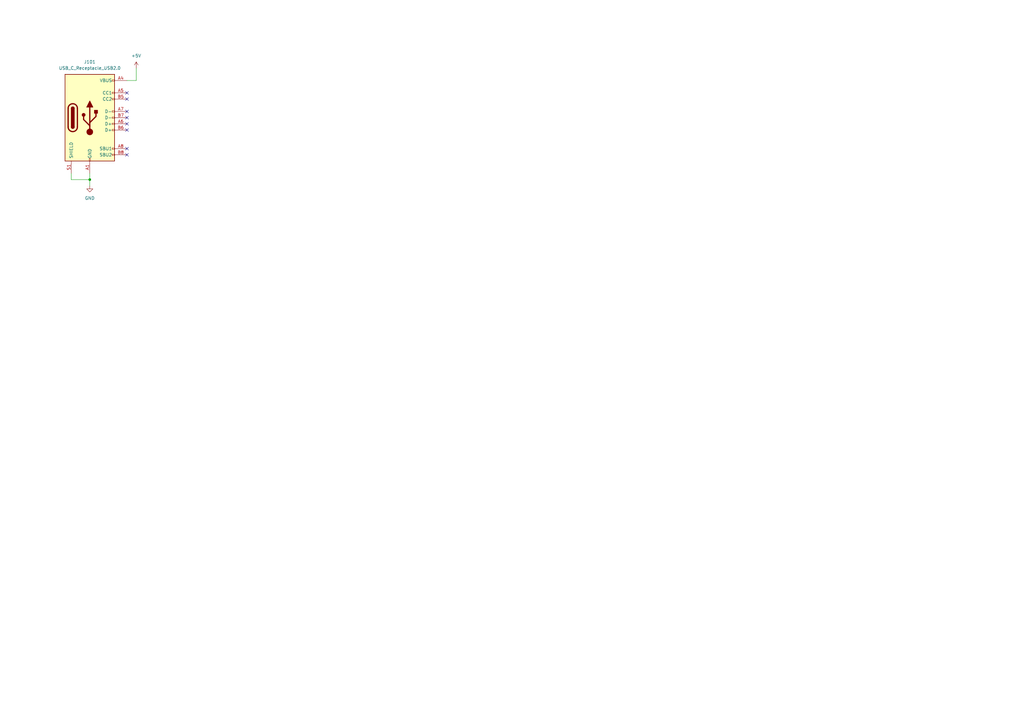
<source format=kicad_sch>
(kicad_sch (version 20211123) (generator eeschema)
  (paper "A3")
  (lib_symbols
    (symbol "Connector:USB_C_Receptacle_USB2.0" (pin_names (offset 1.016))
      (property "Reference" "J" (at -10.16 19.05 0))
      (property "Value" "USB_C_Receptacle_USB2.0" (at 19.05 19.05 0))
      (symbol "USB_C_Receptacle_USB2.0_0_0"
        (rectangle (start -0.254 -17.78) (end 0.254 -16.764))
        (rectangle (start 10.16 -14.986) (end 9.144 -15.494))
        (rectangle (start 10.16 -12.446) (end 9.144 -12.954))
        (rectangle (start 10.16 -4.826) (end 9.144 -5.334))
        (rectangle (start 10.16 -2.286) (end 9.144 -2.794))
        (rectangle (start 10.16 0.254) (end 9.144 -0.254))
        (rectangle (start 10.16 2.794) (end 9.144 2.286))
        (rectangle (start 10.16 7.874) (end 9.144 7.366))
        (rectangle (start 10.16 10.414) (end 9.144 9.906))
        (rectangle (start 10.16 15.494) (end 9.144 14.986))
      )
      (symbol "USB_C_Receptacle_USB2.0_0_1"
        (rectangle (start -10.16 17.78) (end 10.16 -17.78) (stroke (width 0.254)) (fill (type background)))
        (arc (start -8.89 -3.81) (mid -6.985 -5.715) (end -5.08 -3.81) (stroke (width 0.508)))
        (arc (start -7.62 -3.81) (mid -6.985 -4.445) (end -6.35 -3.81) (stroke (width 0.254)))
        (arc (start -7.62 -3.81) (mid -6.985 -4.445) (end -6.35 -3.81) (stroke (width 0.254)) (fill (type outline)))
        (rectangle (start -7.62 -3.81) (end -6.35 3.81) (stroke (width 0.254)) (fill (type outline)))
        (arc (start -6.35 3.81) (mid -6.985 4.445) (end -7.62 3.81) (stroke (width 0.254)))
        (arc (start -6.35 3.81) (mid -6.985 4.445) (end -7.62 3.81) (stroke (width 0.254)) (fill (type outline)))
        (arc (start -5.08 3.81) (mid -6.985 5.715) (end -8.89 3.81) (stroke (width 0.508)))
        (circle (center -2.54 1.143) (radius 0.635) (stroke (width 0.254)) (fill (type outline)))
        (circle (center 0 -5.842) (radius 1.27) (fill (type outline)))
        (polyline (pts (xy -8.89 -3.81) (xy -8.89 3.81)) (stroke (width 0.508)))
        (polyline (pts (xy -5.08 3.81) (xy -5.08 -3.81)) (stroke (width 0.508)))
        (polyline (pts (xy 0 -5.842) (xy 0 4.318)) (stroke (width 0.508)))
        (polyline (pts (xy 0 -3.302) (xy -2.54 -0.762) (xy -2.54 0.508)) (stroke (width 0.508)))
        (polyline (pts (xy 0 -2.032) (xy 2.54 0.508) (xy 2.54 1.778)) (stroke (width 0.508)))
        (polyline (pts (xy -1.27 4.318) (xy 0 6.858) (xy 1.27 4.318) (xy -1.27 4.318)) (stroke (width 0.254)) (fill (type outline)))
        (rectangle (start 1.905 1.778) (end 3.175 3.048) (stroke (width 0.254)) (fill (type outline)))
      )
      (symbol "USB_C_Receptacle_USB2.0_1_1"
        (pin passive line (at 0 -22.86 90) (length 5.08) (name "GND") (number "A1"))
        (pin passive line (at 0 -22.86 90) (length 5.08) hide (name "GND") (number "A12"))
        (pin passive line (at 15.24 15.24 180) (length 5.08) (name "VBUS") (number "A4"))
        (pin bidirectional line (at 15.24 10.16 180) (length 5.08) (name "CC1") (number "A5"))
        (pin bidirectional line (at 15.24 -2.54 180) (length 5.08) (name "D+") (number "A6"))
        (pin bidirectional line (at 15.24 2.54 180) (length 5.08) (name "D-") (number "A7"))
        (pin bidirectional line (at 15.24 -12.7 180) (length 5.08) (name "SBU1") (number "A8"))
        (pin passive line (at 15.24 15.24 180) (length 5.08) hide (name "VBUS") (number "A9"))
        (pin passive line (at 0 -22.86 90) (length 5.08) hide (name "GND") (number "B1"))
        (pin passive line (at 0 -22.86 90) (length 5.08) hide (name "GND") (number "B12"))
        (pin passive line (at 15.24 15.24 180) (length 5.08) hide (name "VBUS") (number "B4"))
        (pin bidirectional line (at 15.24 7.62 180) (length 5.08) (name "CC2") (number "B5"))
        (pin bidirectional line (at 15.24 -5.08 180) (length 5.08) (name "D+") (number "B6"))
        (pin bidirectional line (at 15.24 0 180) (length 5.08) (name "D-") (number "B7"))
        (pin bidirectional line (at 15.24 -15.24 180) (length 5.08) (name "SBU2") (number "B8"))
        (pin passive line (at 15.24 15.24 180) (length 5.08) hide (name "VBUS") (number "B9"))
        (pin passive line (at -7.62 -22.86 90) (length 5.08) (name "SHIELD") (number "S1"))
      )
    )
    (symbol "power:+5V" (power) (pin_names (offset 0))
      (property "Value" "+5V" (at 0 3.556 0))
      (symbol "+5V_0_1"
        (polyline (pts (xy -0.762 1.27) (xy 0 2.54)))
        (polyline (pts (xy 0 0) (xy 0 2.54)))
        (polyline (pts (xy 0 2.54) (xy 0.762 1.27)))
      )
      (symbol "+5V_1_1"
        (pin power_in line (at 0 0 90) (length 0) hide (name "+5V") (number "1"))
      )
    )
    (symbol "power:GND" (power) (pin_names (offset 0))
      (property "Value" "GND" (at 0 -3.81 0))
      (symbol "GND_0_1"
        (polyline (pts (xy 0 0) (xy 0 -1.27) (xy 1.27 -1.27) (xy 0 -2.54) (xy -1.27 -1.27) (xy 0 -1.27)))
      )
      (symbol "GND_1_1"
        (pin power_in line (at 0 0 270) (length 0) hide (name "GND") (number "1"))
      )
    )
  )
  (junction (at 36.83 73.66))
  (no_connect (at 52.07 63.5))
  (no_connect (at 52.07 60.96))
  (no_connect (at 52.07 53.34))
  (no_connect (at 52.07 50.8))
  (no_connect (at 52.07 48.26))
  (no_connect (at 52.07 38.1))
  (no_connect (at 52.07 40.64))
  (no_connect (at 52.07 45.72))
  (wire (pts (xy 36.83 71.12) (xy 36.83 73.66)))
  (wire (pts (xy 29.21 73.66) (xy 36.83 73.66)))
  (wire (pts (xy 55.88 33.02) (xy 55.88 27.94)))
  (wire (pts (xy 52.07 33.02) (xy 55.88 33.02)))
  (wire (pts (xy 36.83 73.66) (xy 36.83 76.2)))
  (wire (pts (xy 29.21 71.12) (xy 29.21 73.66)))
  (symbol (lib_id "Connector:USB_C_Receptacle_USB2.0") (at 36.83 48.26 0) (unit 1)
    (property "Reference" "J101" (at 36.83 25.4 0))
    (property "Value" "USB_C_Receptacle_USB2.0" (at 36.83 27.94 0))
    (property "Footprint" "Connector_USB:USB_C_Receptacle_HRO_TYPE-C-31-M-12" (effects hide))
    (property "Datasheet" "https://www.usb.org/sites/default/files/documents/usb_type-c.zip" (effects hide))
  )
  (symbol (lib_id "power:GND") (at 36.83 76.2 0) (unit 1)
    (property "Reference" "#PWR?" (effects hide))
    (property "Value" "GND" (at 36.83 81.28 0))
  )
  (symbol (lib_id "power:+5V") (at 55.88 27.94 0) (unit 1)
    (property "Reference" "#PWR?" (effects hide))
    (property "Value" "+5V" (at 55.88 22.86 0))
  )
)
</source>
